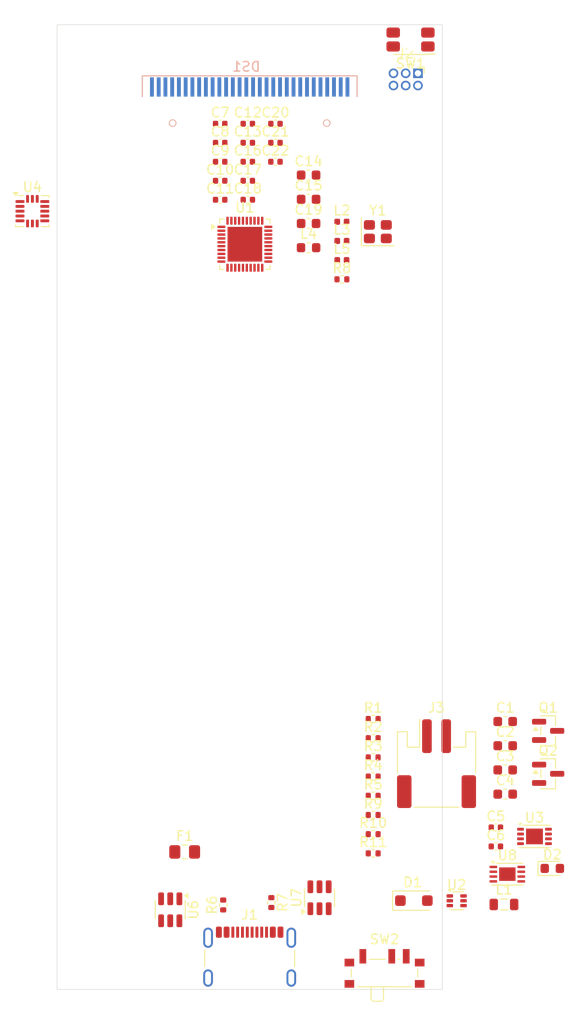
<source format=kicad_pcb>
(kicad_pcb (version 20241229) (generator "pcbnew") (generator_version "9.0")
  (layers (0 "F.Cu" signal) (2 "B.Cu" signal) (13 "F.Paste" user) (15 "B.Paste" user) (5 "F.SilkS" user "F.Silkscreen") (7 "B.SilkS" user "B.Silkscreen") (1 "F.Mask" user) (3 "B.Mask" user) (25 "Edge.Cuts" user))
  (net 0 "")
  (net 1 "GND")
  (net 2 "+3V0")
  (net 3 "VCC")
  (net 4 "VBUS")
  (net 5 "+BATT")
  (net 6 "/PWR/CELL")
  (net 7 "Net-(U3-VDD)")
  (net 8 "/MCU/XC2")
  (net 9 "/MCU/XC1")
  (net 10 "/MCU/ANT1")
  (net 11 "/MCU/ANT0")
  (net 12 "+1V2")
  (net 13 "/MCU/DEC1")
  (net 14 "/MCU/DEC3")
  (net 15 "/MCU/DEC5")
  (net 16 "/MCU/DECU")
  (net 17 "Net-(D2-A)")
  (net 18 "Net-(D2-K)")
  (net 42 "Net-(DS1-GND-Pad1)")
  (net 48 "/USB/VUSB")
  (net 49 "/USB/CC2")
  (net 51 "/USB/UD+")
  (net 53 "/USB/SBU1")
  (net 56 "/USB/UD-")
  (net 58 "/USB/SBU2")
  (net 60 "/USB/CC1")
  (net 61 "/MCU/SWD")
  (net 62 "/MCU/~{RST}")
  (net 63 "/MCU/SWC")
  (net 67 "/PWR/SW")
  (net 68 "/MCU/ANT")
  (net 69 "Net-(L4-Pad2)")
  (net 70 "/MCU/DCC")
  (net 71 "/PWR/STAT")
  (net 72 "/PWR/VSET")
  (net 73 "/PWR/PROG")
  (net 74 "/PWR/EN")
  (net 87 "/MCU/D-")
  (net 90 "/MCU/D+")
  (net 94 "/PWR/SDA")
  (net 95 "/PWR/QST")
  (net 96 "/PWR/SCL")
  (net 97 "/PWR/~{ALRT}")
  (footprint "Capacitor_SMD:C_0402_1005Metric" (layer "F.Cu") (at 102.305 75.64)
    (property "Reference" "C18" (at 0 -1.16 0) (layer "F.SilkS"))
    (property "Value" "820p")
    (pad "1" smd roundrect (at -0.48 0) (size 0.56 0.62) (layers "F.Cu" "F.Mask" "F.Paste") (net 15 "/MCU/DEC5"))
    (pad "2" smd roundrect (at 0.48 0) (size 0.56 0.62) (layers "F.Cu" "F.Mask" "F.Paste") (net 1 "GND"))
  )
  (footprint "Capacitor_SMD:C_0402_1005Metric" (layer "F.Cu") (at 102.305 67.76)
    (property "Reference" "C12" (at 0 -1.16 0) (layer "F.SilkS"))
    (property "Value" "47n")
    (pad "1" smd roundrect (at -0.48 0) (size 0.56 0.62) (layers "F.Cu" "F.Mask" "F.Paste") (net 12 "+1V2"))
    (pad "2" smd roundrect (at 0.48 0) (size 0.56 0.62) (layers "F.Cu" "F.Mask" "F.Paste") (net 1 "GND"))
  )
  (footprint "Inductor_SMD:L_0402_1005Metric" (layer "F.Cu") (at 112.075 81.9)
    (property "Reference" "L5" (at 0 -1.17 0) (layer "F.SilkS"))
    (property "Value" "15n")
    (pad "1" smd roundrect (at -0.485 0) (size 0.59 0.64) (layers "F.Cu" "F.Mask" "F.Paste") (net 69 "Net-(L4-Pad2)"))
    (pad "2" smd roundrect (at 0.485 0) (size 0.59 0.64) (layers "F.Cu" "F.Mask" "F.Paste") (net 12 "+1V2"))
  )
  (footprint "Inductor_SMD:L_0402_1005Metric" (layer "F.Cu") (at 112.075 79.91)
    (property "Reference" "L3" (at 0 -1.17 0) (layer "F.SilkS"))
    (property "Value" "2.2n")
    (pad "1" smd roundrect (at -0.485 0) (size 0.59 0.64) (layers "F.Cu" "F.Mask" "F.Paste") (net 68 "/MCU/ANT"))
    (pad "2" smd roundrect (at 0.485 0) (size 0.59 0.64) (layers "F.Cu" "F.Mask" "F.Paste") (net 11 "/MCU/ANT0"))
  )
  (footprint "Package_TO_SOT_SMD:SOT-23" (layer "F.Cu") (at 133.49 135.15)
    (property "Reference" "Q2" (at 0 -2.4 0) (layer "F.SilkS"))
    (property "Value" "BSS138")
    (pad "1" smd roundrect (at -0.9375 -0.95) (size 1.475 0.6) (layers "F.Cu" "F.Mask" "F.Paste") (net 2 "+3V0"))
    (pad "2" smd roundrect (at -0.9375 0.95) (size 1.475 0.6) (layers "F.Cu" "F.Mask" "F.Paste") (net 71 "/PWR/STAT"))
    (pad "3" smd roundrect (at 0.9375 0) (size 1.475 0.6) (layers "F.Cu" "F.Mask" "F.Paste") (net 18 "Net-(D2-K)"))
  )
  (footprint "Capacitor_SMD:C_0402_1005Metric" (layer "F.Cu") (at 99.435 67.76)
    (property "Reference" "C7" (at 0 -1.16 0) (layer "F.SilkS"))
    (property "Value" "12p")
    (pad "1" smd roundrect (at -0.48 0) (size 0.56 0.62) (layers "F.Cu" "F.Mask" "F.Paste") (net 8 "/MCU/XC2"))
    (pad "2" smd roundrect (at 0.48 0) (size 0.56 0.62) (layers "F.Cu" "F.Mask" "F.Paste") (net 1 "GND"))
  )
  (footprint "Resistor_SMD:R_0402_1005Metric" (layer "F.Cu") (at 115.32 131.46)
    (property "Reference" "R2" (at 0 -1.17 0) (layer "F.SilkS"))
    (property "Value" "10k")
    (pad "1" smd roundrect (at -0.51 0) (size 0.54 0.64) (layers "F.Cu" "F.Mask" "F.Paste") (net 73 "/PWR/PROG"))
    (pad "2" smd roundrect (at 0.51 0) (size 0.54 0.64) (layers "F.Cu" "F.Mask" "F.Paste") (net 1 "GND"))
  )
  (footprint "Crystal:Crystal_SMD_2520-4Pin_2.5x2.0mm" (layer "F.Cu") (at 115.805 78.95)
    (property "Reference" "Y1" (at 0 -2.2 0) (layer "F.SilkS"))
    (property "Value" "32MHz")
    (pad "1" smd roundrect (at -0.875 0.7) (size 1.15 1) (layers "F.Cu" "F.Mask" "F.Paste") (net 9 "/MCU/XC1"))
    (pad "2" smd roundrect (at 0.875 0.7) (size 1.15 1) (layers "F.Cu" "F.Mask" "F.Paste") (net 1 "GND"))
    (pad "3" smd roundrect (at 0.875 -0.7) (size 1.15 1) (layers "F.Cu" "F.Mask" "F.Paste") (net 1 "GND"))
    (pad "4" smd roundrect (at -0.875 -0.7) (size 1.15 1) (layers "F.Cu" "F.Mask" "F.Paste") (net 8 "/MCU/XC2"))
  )
  (footprint "Resistor_SMD:R_0402_1005Metric" (layer "F.Cu") (at 104.75 148.5 -90)
    (property "Reference" "R7" (at 0 -1.17 90) (layer "F.SilkS"))
    (property "Value" "5.1k")
    (pad "1" smd roundrect (at -0.509999 0 270) (size 0.54 0.64) (layers "F.Cu" "F.Mask" "F.Paste") (net 1 "GND"))
    (pad "2" smd roundrect (at 0.509999 0 270) (size 0.54 0.64) (layers "F.Cu" "F.Mask" "F.Paste") (net 49 "/USB/CC2"))
  )
  (footprint "Capacitor_SMD:C_0402_1005Metric" (layer "F.Cu") (at 105.175 71.7)
    (property "Reference" "C22" (at 0 -1.16 0) (layer "F.SilkS"))
    (property "Value" "100n")
    (pad "1" smd roundrect (at -0.48 0) (size 0.56 0.62) (layers "F.Cu" "F.Mask" "F.Paste") (net 2 "+3V0"))
    (pad "2" smd roundrect (at 0.48 0) (size 0.56 0.62) (layers "F.Cu" "F.Mask" "F.Paste") (net 1 "GND"))
  )
  (footprint "Capacitor_SMD:C_0402_1005Metric" (layer "F.Cu") (at 105.175 69.73)
    (property "Reference" "C21" (at 0 -1.16 0) (layer "F.SilkS"))
    (property "Value" "100n")
    (pad "1" smd roundrect (at -0.48 0) (size 0.56 0.62) (layers "F.Cu" "F.Mask" "F.Paste") (net 2 "+3V0"))
    (pad "2" smd roundrect (at 0.48 0) (size 0.56 0.62) (layers "F.Cu" "F.Mask" "F.Paste") (net 1 "GND"))
  )
  (footprint "Fuse:Fuse_0805_2012Metric_Pad1.15x1.40mm_HandSolder" (layer "F.Cu") (at 95.75 143.25)
    (property "Reference" "F1" (at 0 -1.65 0) (layer "F.SilkS"))
    (property "Value" "Fuse")
    (pad "1" smd roundrect (at -1.025 0) (size 1.15 1.4) (layers "F.Cu" "F.Mask" "F.Paste") (roundrect_rratio 0.217391) (net 48 "/USB/VUSB"))
    (pad "2" smd roundrect (at 1.025 0) (size 1.15 1.4) (layers "F.Cu" "F.Mask" "F.Paste") (roundrect_rratio 0.217391) (net 4 "VBUS"))
  )
  (footprint "Capacitor_SMD:C_0402_1005Metric" (layer "F.Cu") (at 99.435 75.64)
    (property "Reference" "C11" (at 0 -1.16 0) (layer "F.SilkS"))
    (property "Value" "1u")
    (pad "1" smd roundrect (at -0.48 0) (size 0.56 0.62) (layers "F.Cu" "F.Mask" "F.Paste") (net 12 "+1V2"))
    (pad "2" smd roundrect (at 0.48 0) (size 0.56 0.62) (layers "F.Cu" "F.Mask" "F.Paste") (net 1 "GND"))
  )
  (footprint "Resistor_SMD:R_0402_1005Metric" (layer "F.Cu") (at 115.32 135.44)
    (property "Reference" "R4" (at 0 -1.17 0) (layer "F.SilkS"))
    (property "Value" "150")
    (pad "1" smd roundrect (at -0.51 0) (size 0.54 0.64) (layers "F.Cu" "F.Mask" "F.Paste") (net 2 "+3V0"))
    (pad "2" smd roundrect (at 0.51 0) (size 0.54 0.64) (layers "F.Cu" "F.Mask" "F.Paste") (net 7 "Net-(U3-VDD)"))
  )
  (footprint "Capacitor_SMD:C_0603_1608Metric" (layer "F.Cu") (at 129.03 132.24)
    (property "Reference" "C2" (at 0 -1.43 0) (layer "F.SilkS"))
    (property "Value" "4.7u")
    (pad "1" smd roundrect (at -0.775 0) (size 0.9 0.95) (layers "F.Cu" "F.Mask" "F.Paste") (net 3 "VCC"))
    (pad "2" smd roundrect (at 0.775 0) (size 0.9 0.95) (layers "F.Cu" "F.Mask" "F.Paste") (net 1 "GND"))
  )
  (footprint "Capacitor_SMD:C_0402_1005Metric" (layer "F.Cu") (at 128.06 140.71)
    (property "Reference" "C5" (at 0 -1.16 0) (layer "F.SilkS"))
    (property "Value" "1u")
    (pad "1" smd roundrect (at -0.48 0) (size 0.56 0.62) (layers "F.Cu" "F.Mask" "F.Paste") (net 6 "/PWR/CELL"))
    (pad "2" smd roundrect (at 0.48 0) (size 0.56 0.62) (layers "F.Cu" "F.Mask" "F.Paste") (net 1 "GND"))
  )
  (footprint "Capacitor_SMD:C_0402_1005Metric" (layer "F.Cu") (at 102.305 69.73)
    (property "Reference" "C13" (at 0 -1.16 0) (layer "F.SilkS"))
    (property "Value" "DNP")
    (pad "1" smd roundrect (at -0.48 0) (size 0.56 0.62) (layers "F.Cu" "F.Mask" "F.Paste") (net 12 "+1V2"))
    (pad "2" smd roundrect (at 0.48 0) (size 0.56 0.62) (layers "F.Cu" "F.Mask" "F.Paste") (net 1 "GND"))
  )
  (footprint "Package_TO_SOT_SMD:SOT-23-6" (layer "F.Cu") (at 109.75 148 90)
    (property "Reference" "U7" (at 0 -2.4 90) (layer "F.SilkS"))
    (property "Value" "USBLC6-2SC6")
    (pad "1" smd roundrect (at -1.1375 -0.949999 90) (size 1.325 0.6) (layers "F.Cu" "F.Mask" "F.Paste") (net 53 "/USB/SBU1"))
    (pad "2" smd roundrect (at -1.1375 0 90) (size 1.325 0.6) (layers "F.Cu" "F.Mask" "F.Paste") (net 1 "GND"))
    (pad "3" smd roundrect (at -1.1375 0.949999 90) (size 1.325 0.6) (layers "F.Cu" "F.Mask" "F.Paste") (net 58 "/USB/SBU2"))
    (pad "4" smd roundrect (at 1.1375 0.949999 90) (size 1.325 0.6) (layers "F.Cu" "F.Mask" "F.Paste") (net 61 "/MCU/SWD"))
    (pad "5" smd roundrect (at 1.1375 0 90) (size 1.325 0.6) (layers "F.Cu" "F.Mask" "F.Paste") (net 2 "+3V0"))
    (pad "6" smd roundrect (at 1.1375 -0.949999 90) (size 1.325 0.6) (layers "F.Cu" "F.Mask" "F.Paste") (net 63 "/MCU/SWC"))
  )
  (footprint "Capacitor_SMD:C_0603_1608Metric" (layer "F.Cu") (at 108.615 78.1)
    (property "Reference" "C19" (at 0 -1.43 0) (layer "F.SilkS"))
    (property "Value" "4.7u")
    (pad "1" smd roundrect (at -0.775 0) (size 0.9 0.95) (layers "F.Cu" "F.Mask" "F.Paste") (net 16 "/MCU/DECU"))
    (pad "2" smd roundrect (at 0.775 0) (size 0.9 0.95) (layers "F.Cu" "F.Mask" "F.Paste") (net 1 "GND"))
  )
  (footprint "Resistor_SMD:R_0402_1005Metric" (layer "F.Cu") (at 99.75 148.75 90)
    (property "Reference" "R6" (at 0 -1.17 90) (layer "F.SilkS"))
    (property "Value" "5.1k")
    (pad "1" smd roundrect (at -0.509999 0 90) (size 0.54 0.64) (layers "F.Cu" "F.Mask" "F.Paste") (net 60 "/USB/CC1"))
    (pad "2" smd roundrect (at 0.509999 0 90) (size 0.54 0.64) (layers "F.Cu" "F.Mask" "F.Paste") (net 1 "GND"))
  )
  (footprint "Capacitor_SMD:C_0402_1005Metric" (layer "F.Cu") (at 99.435 69.73)
    (property "Reference" "C8" (at 0 -1.16 0) (layer "F.SilkS"))
    (property "Value" "12p")
    (pad "1" smd roundrect (at -0.48 0) (size 0.56 0.62) (layers "F.Cu" "F.Mask" "F.Paste") (net 9 "/MCU/XC1"))
    (pad "2" smd roundrect (at 0.48 0) (size 0.56 0.62) (layers "F.Cu" "F.Mask" "F.Paste") (net 1 "GND"))
  )
  (footprint "Capacitor_SMD:C_0402_1005Metric" (layer "F.Cu") (at 99.435 71.7)
    (property "Reference" "C9" (at 0 -1.16 0) (layer "F.SilkS"))
    (property "Value" "1p")
    (pad "1" smd roundrect (at -0.48 0) (size 0.56 0.62) (layers "F.Cu" "F.Mask" "F.Paste") (net 10 "/MCU/ANT1"))
    (pad "2" smd roundrect (at 0.48 0) (size 0.56 0.62) (layers "F.Cu" "F.Mask" "F.Paste") (net 1 "GND"))
  )
  (footprint "Capacitor_SMD:C_0402_1005Metric" (layer "F.Cu") (at 105.175 67.76)
    (property "Reference" "C20" (at 0 -1.16 0) (layer "F.SilkS"))
    (property "Value" "1u")
    (pad "1" smd roundrect (at -0.48 0) (size 0.56 0.62) (layers "F.Cu" "F.Mask" "F.Paste") (net 2 "+3V0"))
    (pad "2" smd roundrect (at 0.48 0) (size 0.56 0.62) (layers "F.Cu" "F.Mask" "F.Paste") (net 1 "GND"))
  )
  (footprint "Package_TO_SOT_SMD:SOT-563" (layer "F.Cu") (at 123.99 148.315)
    (property "Reference" "U2" (at 0 -1.65 0) (layer "F.SilkS"))
    (property "Value" "TPS628438DRL")
    (pad "1" smd roundrect (at -0.7125 -0.5) (size 0.675 0.35) (layers "F.Cu" "F.Mask" "F.Paste") (net 1 "GND"))
    (pad "2" smd roundrect (at -0.7125 0) (size 0.675 0.35) (layers "F.Cu" "F.Mask" "F.Paste") (net 3 "VCC"))
    (pad "3" smd roundrect (at -0.7125 0.5) (size 0.675 0.35) (layers "F.Cu" "F.Mask" "F.Paste") (net 72 "/PWR/VSET"))
    (pad "4" smd roundrect (at 0.7125 0.5) (size 0.675 0.35) (layers "F.Cu" "F.Mask" "F.Paste") (net 74 "/PWR/EN"))
    (pad "5" smd roundrect (at 0.7125 0) (size 0.675 0.35) (layers "F.Cu" "F.Mask" "F.Paste") (net 67 "/PWR/SW"))
    (pad "6" smd roundrect (at 0.7125 -0.5) (size 0.675 0.35) (layers "F.Cu" "F.Mask" "F.Paste") (net 2 "+3V0"))
  )
  (footprint "Capacitor_SMD:C_0603_1608Metric" (layer "F.Cu") (at 129.03 137.26)
    (property "Reference" "C4" (at 0 -1.43 0) (layer "F.SilkS"))
    (property "Value" "4.7u")
    (pad "1" smd roundrect (at -0.775 0) (size 0.9 0.95) (layers "F.Cu" "F.Mask" "F.Paste") (net 5 "+BATT"))
    (pad "2" smd roundrect (at 0.775 0) (size 0.9 0.95) (layers "F.Cu" "F.Mask" "F.Paste") (net 1 "GND"))
  )
  (footprint "Package_DFN_QFN:QFN-40-1EP_5x5mm_P0.4mm_EP3.6x3.6mm" (layer "F.Cu") (at 102 80.25)
    (property "Reference" "U1" (at 0 -3.8 0) (layer "F.SilkS"))
    (property "Value" "nRF52820-QDxx")
    (pad "1" smd roundrect (at -2.4375 -1.8) (size 0.825 0.25) (layers "F.Cu" "F.Mask" "F.Paste") (net 13 "/MCU/DEC1"))
    (pad "2" smd roundrect (at -2.4375 -1.4) (size 0.825 0.25) (layers "F.Cu" "F.Mask" "F.Paste"))
    (pad "3" smd roundrect (at -2.4375 -1) (size 0.825 0.25) (layers "F.Cu" "F.Mask" "F.Paste"))
    (pad "4" smd roundrect (at -2.4375 -0.6) (size 0.825 0.25) (layers "F.Cu" "F.Mask" "F.Paste"))
    (pad "5" smd roundrect (at -2.4375 -0.2) (size 0.825 0.25) (layers "F.Cu" "F.Mask" "F.Paste"))
    (pad "6" smd roundrect (at -2.4375 0.2) (size 0.825 0.25) (layers "F.Cu" "F.Mask" "F.Paste"))
    (pad "7" smd roundrect (at -2.4375 0.6) (size 0.825 0.25) (layers "F.Cu" "F.Mask" "F.Paste"))
    (pad "8" smd roundrect (at -2.4375 1) (size 0.825 0.25) (layers "F.Cu" "F.Mask" "F.Paste") (net 2 "+3V0"))
    (pad "9" smd roundrect (at -2.4375 1.4) (size 0.825 0.25) (layers "F.Cu" "F.Mask" "F.Paste") (net 2 "+3V0"))
    (pad "10" smd roundrect (at -2.4375 1.8) (size 0.825 0.25) (layers "F.Cu" "F.Mask" "F.Paste") (net 4 "VBUS"))
    (pad "11" smd roundrect (at -1.8 2.4375) (size 0.25 0.825) (layers "F.Cu" "F.Mask" "F.Paste") (net 16 "/MCU/DECU"))
    (pad "12" smd roundrect (at -1.4 2.4375) (size 0.25 0.825) (layers "F.Cu" "F.Mask" "F.Paste") (net 87 "/MCU/D-"))
    (pad "13" smd roundrect (at -1 2.4375) (size 0.25 0.825) (layers "F.Cu" "F.Mask" "F.Paste") (net 90 "/MCU/D+"))
    (pad "14" smd roundrect (at -0.6 2.4375) (size 0.25 0.825) (layers "F.Cu" "F.Mask" "F.Paste"))
    (pad "15" smd roundrect (at -0.2 2.4375) (size 0.25 0.825) (layers "F.Cu" "F.Mask" "F.Paste"))
    (pad "16" smd roundrect (at 0.2 2.4375) (size 0.25 0.825) (layers "F.Cu" "F.Mask" "F.Paste") (net 62 "/MCU/~{RST}"))
    (pad "17" smd roundrect (at 0.6 2.4375) (size 0.25 0.825) (layers "F.Cu" "F.Mask" "F.Paste"))
    (pad "18" smd roundrect (at 1 2.4375) (size 0.25 0.825) (layers "F.Cu" "F.Mask" "F.Paste") (net 2 "+3V0"))
    (pad "19" smd roundrect (at 1.4 2.4375) (size 0.25 0.825) (layers "F.Cu" "F.Mask" "F.Paste") (net 61 "/MCU/SWD"))
    (pad "20" smd roundrect (at 1.8 2.4375) (size 0.25 0.825) (layers "F.Cu" "F.Mask" "F.Paste") (net 63 "/MCU/SWC"))
    (pad "21" smd roundrect (at 2.4375 1.8) (size 0.825 0.25) (layers "F.Cu" "F.Mask" "F.Paste") (net 15 "/MCU/DEC5"))
    (pad "22" smd roundrect (at 2.4375 1.4) (size 0.825 0.25) (layers "F.Cu" "F.Mask" "F.Paste"))
    (pad "23" smd roundrect (at 2.4375 1) (size 0.825 0.25) (layers "F.Cu" "F.Mask" "F.Paste"))
    (pad "24" smd roundrect (at 2.4375 0.6) (size 0.825 0.25) (layers "F.Cu" "F.Mask" "F.Paste") (net 10 "/MCU/ANT1"))
    (pad "25" smd roundrect (at 2.4375 0.2) (size 0.825 0.25) (layers "F.Cu" "F.Mask" "F.Paste") (net 1 "GND"))
    (pad "26" smd roundrect (at 2.4375 -0.2) (size 0.825 0.25) (layers "F.Cu" "F.Mask" "F.Paste") (net 12 "+1V2"))
    (pad "27" smd roundrect (at 2.4375 -0.6) (size 0.825 0.25) (layers "F.Cu" "F.Mask" "F.Paste") (net 14 "/MCU/DEC3"))
    (pad "28" smd roundrect (at 2.4375 -1) (size 0.825 0.25) (layers "F.Cu" "F.Mask" "F.Paste") (net 9 "/MCU/XC1"))
    (pad "29" smd roundrect (at 2.4375 -1.4) (size 0.825 0.25) (layers "F.Cu" "F.Mask" "F.Paste") (net 8 "/MCU/XC2"))
    (pad "30" smd roundrect (at 2.4375 -1.8) (size 0.825 0.25) (layers "F.Cu" "F.Mask" "F.Paste") (net 2 "+3V0"))
    (pad "31" smd roundrect (at 1.8 -2.4375) (size 0.25 0.825) (layers "F.Cu" "F.Mask" "F.Paste"))
    (pad "32" smd roundrect (at 1.4 -2.4375) (size 0.25 0.825) (layers "F.Cu" "F.Mask" "F.Paste"))
    (pad "33" smd roundrect (at 1 -2.4375) (size 0.25 0.825) (layers "F.Cu" "F.Mask" "F.Paste"))
    (pad "34" smd roundrect (at 0.6 -2.4375) (size 0.25 0.825) (layers "F.Cu" "F.Mask" "F.Paste"))
    (pad "35" smd roundrect (at 0.2 -2.4375) (size 0.25 0.825) (layers "F.Cu" "F.Mask" "F.Paste"))
    (pad "36" smd roundrect (at -0.2 -2.4375) (size 0.25 0.825) (layers "F.Cu" "F.Mask" "F.Paste"))
    (pad "37" smd roundrect (at -0.6 -2.4375) (size 0.25 0.825) (layers "F.Cu" "F.Mask" "F.Paste") (net 1 "GND"))
    (pad "38" smd roundrect (at -1 -2.4375) (size 0.25 0.825) (layers "F.Cu" "F.Mask" "F.Paste") (net 12 "+1V2"))
    (pad "39" smd roundrect (at -1.4 -2.4375) (size 0.25 0.825) (layers "F.Cu" "F.Mask" "F.Paste") (net 70 "/MCU/DCC"))
    (pad "40" smd roundrect (at -1.8 -2.4375) (size 0.25 0.825) (layers "F.Cu" "F.Mask" "F.Paste") (net 2 "+3V0"))
    (pad "41" smd rect (at 0 0) (size 3.6 3.6) (property pad_prop_heatsink) (layers "F.Cu" "F.Mask") (net 1 "GND"))
  )
  (footprint "Resistor_SMD:R_0402_1005Metric" (layer "F.Cu") (at 115.32 129.47)
    (property "Reference" "R1" (at 0 -1.17 0) (layer "F.SilkS"))
    (property "Value" "133k")
    (pad "1" smd roundrect (at -0.51 0) (size 0.54 0.64) (layers "F.Cu" "F.Mask" "F.Paste") (net 72 "/PWR/VSET"))
    (pad "2" smd roundrect (at 0.51 0) (size 0.54 0.64) (layers "F.Cu" "F.Mask" "F.Paste") (net 1 "GND"))
  )
  (footprint "Resistor_SMD:R_0402_1005Metric" (layer "F.Cu") (at 115.32 141.41)
    (property "Reference" "R10" (at 0 -1.17 0) (layer "F.SilkS"))
    (property "Value" "1k")
    (pad "1" smd roundrect (at -0.51 0) (size 0.54 0.64) (layers "F.Cu" "F.Mask" "F.Paste") (net 4 "VBUS"))
    (pad "2" smd roundrect (at 0.51 0) (size 0.54 0.64) (layers "F.Cu" "F.Mask" "F.Paste") (net 17 "Net-(D2-A)"))
  )
  (footprint "Package_TO_SOT_SMD:SOT-23" (layer "F.Cu") (at 133.49 130.7)
    (property "Reference" "Q1" (at 0 -2.4 0) (layer "F.SilkS"))
    (property "Value" "AO3401A")
    (pad "1" smd roundrect (at -0.9375 -0.95) (size 1.475 0.6) (layers "F.Cu" "F.Mask" "F.Paste") (net 4 "VBUS"))
    (pad "2" smd roundrect (at -0.9375 0.95) (size 1.475 0.6) (layers "F.Cu" "F.Mask" "F.Paste") (net 3 "VCC"))
    (pad "3" smd roundrect (at 0.9375 0) (size 1.475 0.6) (layers "F.Cu" "F.Mask" "F.Paste") (net 5 "+BATT"))
  )
  (footprint "Package_DFN_QFN:Maxim_WSON-8-1EP_3x2mm_P0.5mm_EP1.75x1.63mm" (layer "F.Cu") (at 132.07 141.645)
    (property "Reference" "U3" (at 0 -1.95 0) (layer "F.SilkS"))
    (property "Value" "MAX17043")
    (pad "1" smd roundrect (at -1.45 -0.75) (size 0.7 0.3) (layers "F.Cu" "F.Mask" "F.Paste") (net 1 "GND"))
    (pad "2" smd roundrect (at -1.45 -0.25) (size 0.7 0.3) (layers "F.Cu" "F.Mask" "F.Paste") (net 6 "/PWR/CELL"))
    (pad "3" smd roundrect (at -1.45 0.25) (size 0.7 0.3) (layers "F.Cu" "F.Mask" "F.Paste") (net 7 "Net-(U3-VDD)"))
    (pad "4" smd roundrect (at -1.45 0.75) (size 0.7 0.3) (layers "F.Cu" "F.Mask" "F.Paste") (net 1 "GND"))
    (pad "5" smd roundrect (at 1.45 0.75) (size 0.7 0.3) (layers "F.Cu" "F.Mask" "F.Paste") (net 97 "/PWR/~{ALRT}"))
    (pad "6" smd roundrect (at 1.45 0.25) (size 0.7 0.3) (layers "F.Cu" "F.Mask" "F.Paste") (net 95 "/PWR/QST"))
    (pad "7" smd roundrect (at 1.45 -0.25) (size 0.7 0.3) (layers "F.Cu" "F.Mask" "F.Paste") (net 96 "/PWR/SCL"))
    (pad "8" smd roundrect (at 1.45 -0.75) (size 0.7 0.3) (layers "F.Cu" "F.Mask" "F.Paste") (net 94 "/PWR/SDA"))
    (pad "9" smd rect (at 0 0) (size 1.75 1.63) (property pad_prop_heatsink) (layers "F.Cu" "F.Mask") (net 1 "GND"))
  )
  (footprint "Capacitor_SMD:C_0402_1005Metric" (layer "F.Cu") (at 102.305 73.67)
    (property "Reference" "C17" (at 0 -1.16 0) (layer "F.SilkS"))
    (property "Value" "100p")
    (pad "1" smd roundrect (at -0.48 0) (size 0.56 0.62) (layers "F.Cu" "F.Mask" "F.Paste") (net 14 "/MCU/DEC3"))
    (pad "2" smd roundrect (at 0.48 0) (size 0.56 0.62) (layers "F.Cu" "F.Mask" "F.Paste") (net 1 "GND"))
  )
  (footprint "Inductor_SMD:L_0805_2012Metric" (layer "F.Cu") (at 128.9 148.7)
    (property "Reference" "L1" (at 0 -1.55 0) (layer "F.SilkS"))
    (property "Value" "1u")
    (pad "1" smd roundrect (at -1.0625 0) (size 0.875 1.2) (layers "F.Cu" "F.Mask" "F.Paste") (net 67 "/PWR/SW"))
    (pad "2" smd roundrect (at 1.0625 0) (size 0.875 1.2) (layers "F.Cu" "F.Mask" "F.Paste") (net 2 "+3V0"))
  )
  (footprint "Capacitor_SMD:C_0402_1005Metric" (layer "F.Cu") (at 99.435 73.67)
    (property "Reference" "C10" (at 0 -1.16 0) (layer "F.SilkS"))
    (property "Value" "1.2p")
    (pad "1" smd roundrect (at -0.48 0) (size 0.56 0.62) (layers "F.Cu" "F.Mask" "F.Paste") (net 11 "/MCU/ANT0"))
    (pad "2" smd roundrect (at 0.48 0) (size 0.56 0.62) (layers "F.Cu" "F.Mask" "F.Paste") (net 1 "GND"))
  )
  (footprint "Project library:Tag-Connect_TC2030-IDC-NL_2x03_P1.27mm_Vertical" (layer "F.Cu") (at 118.7 63.165 180)
    (property "Reference" "J2" (at 0 2.7 0) (layer "F.SilkS"))
    (property "Value" "Conn_ARM_SWD_TagConnect_TC2030-NL")
    (pad "" np_thru_hole circle (at -2.54 0 180) (size 0.9906 0.9906) (drill 0.9906) (layers "*.Cu" "*.Mask"))
    (pad "" np_thru_hole circle (at 2.54 -1.016 180) (size 0.9906 0.9906) (drill 0.9906) (layers "*.Cu" "*.Mask"))
    (pad "" np_thru_hole circle (at 2.54 1.016 180) (size 0.9906 0.9906) (drill 0.9906) (layers "*.Cu" "*.Mask"))
    (pad "1" thru_hole rect (at -1.27 0.635 270) (size 1 1) (drill 0.65) (layers "*.Cu" "*.Mask") (net 2 "+3V0"))
    (pad "2" thru_hole oval (at -1.27 -0.635 270) (size 1 1) (drill 0.65) (layers "*.Cu" "*.Mask") (net 61 "/MCU/SWD"))
    (pad "3" thru_hole oval (at 0 0.635 270) (size 1 1) (drill 0.65) (layers "*.Cu" "*.Mask") (net 62 "/MCU/~{RST}"))
    (pad "4" thru_hole oval (at 0 -0.635 270) (size 1 1) (drill 0.65) (layers "*.Cu" "*.Mask") (net 63 "/MCU/SWC"))
    (pad "5" thru_hole oval (at 1.27 0.635 270) (size 1 1) (drill 0.65) (layers "*.Cu" "*.Mask") (net 1 "GND"))
    (pad "6" thru_hole oval (at 1.27 -0.635 270) (size 1 1) (drill 0.65) (layers "*.Cu" "*.Mask"))
  )
  (footprint "Capacitor_SMD:C_0402_1005Metric" (layer "F.Cu") (at 128.06 142.68)
    (property "Reference" "C6" (at 0 -1.16 0) (layer "F.SilkS"))
    (property "Value" "10n")
    (pad "1" smd roundrect (at -0.48 0) (size 0.56 0.62) (layers "F.Cu" "F.Mask" "F.Paste") (net 1 "GND"))
    (pad "2" smd roundrect (at 0.48 0) (size 0.56 0.62) (layers "F.Cu" "F.Mask" "F.Paste") (net 7 "Net-(U3-VDD)"))
  )
  (footprint "Capacitor_SMD:C_0603_1608Metric" (layer "F.Cu") (at 129.03 129.73)
    (property "Reference" "C1" (at 0 -1.43 0) (layer "F.SilkS"))
    (property "Value" "10u")
    (pad "1" smd roundrect (at -0.775 0) (size 0.9 0.95) (layers "F.Cu" "F.Mask" "F.Paste") (net 2 "+3V0"))
    (pad "2" smd roundrect (at 0.775 0) (size 0.9 0.95) (layers "F.Cu" "F.Mask" "F.Paste") (net 1 "GND"))
  )
  (footprint "Connector_JST:JST_PH_S2B-PH-SM4-TB_1x02-1MP_P2.00mm_Horizontal" (layer "F.Cu") (at 121.9 134.1)
    (property "Reference" "J3" (at 0 -5.8 0) (layer "F.SilkS"))
    (property "Value" "Conn_01x02_MountingPin")
    (pad "1" smd roundrect (at -1 -2.85) (size 1 3.5) (layers "F.Cu" "F.Mask" "F.Paste") (net 5 "+BATT"))
    (pad "2" smd roundrect (at 1 -2.85) (size 1 3.5) (layers "F.Cu" "F.Mask" "F.Paste") (net 1 "GND"))
    (pad "MP" smd roundrect (at -3.35 2.9) (size 1.5 3.4) (layers "F.Cu" "F.Mask" "F.Paste") (roundrect_rratio 0.166667))
    (pad "MP" smd roundrect (at 3.35 2.9) (size 1.5 3.4) (layers "F.Cu" "F.Mask" "F.Paste") (roundrect_rratio 0.166667))
  )
  (footprint "Sensor_Motion:Analog_LGA-16_3.25x3mm_P0.5mm_LayoutBorder3x5y" (layer "F.Cu") (at 79.9375 76.825)
    (property "Reference" "U4" (at 0 -2.5 0) (layer "F.SilkS"))
    (property "Value" "ADXL363")
    (pad "1" smd roundrect (at -1.2875 -1) (size 0.925 0.3) (layers "F.Cu" "F.Mask" "F.Paste"))
    (pad "2" smd roundrect (at -1.2875 -0.5) (size 0.925 0.3) (layers "F.Cu" "F.Mask" "F.Paste"))
    (pad "3" smd roundrect (at -1.2875 0) (size 0.925 0.3) (layers "F.Cu" "F.Mask" "F.Paste"))
    (pad "4" smd roundrect (at -1.2875 0.5) (size 0.925 0.3) (layers "F.Cu" "F.Mask" "F.Paste"))
    (pad "5" smd roundrect (at -1.2875 1) (size 0.925 0.3) (layers "F.Cu" "F.Mask" "F.Paste"))
    (pad "6" smd roundrect (at -0.5 1.275) (size 0.3 0.8) (layers "F.Cu" "F.Mask" "F.Paste"))
    (pad "7" smd roundrect (at 0 1.275) (size 0.3 0.8) (layers "F.Cu" "F.Mask" "F.Paste"))
    (pad "8" smd roundrect (at 0.5 1.275) (size 0.3 0.8) (layers "F.Cu" "F.Mask" "F.Paste"))
    (pad "9" smd roundrect (at 1.2875 1) (size 0.925 0.3) (layers "F.Cu" "F.Mask" "F.Paste"))
    (pad "10" smd roundrect (at 1.2875 0.5) (size 0.925 0.3) (layers "F.Cu" "F.Mask" "F.Paste"))
    (pad "11" smd roundrect (at 1.2875 0) (size 0.925 0.3) (layers "F.Cu" "F.Mask" "F.Paste"))
    (pad "12" smd roundrect (at 1.2875 -0.5) (size 0.925 0.3) (layers "F.Cu" "F.Mask" "F.Paste") (net 1 "GND"))
    (pad "13" smd roundrect (at 1.2875 -1) (size 0.925 0.3) (layers "F.Cu" "F.Mask" "F.Paste") (net 1 "GND"))
    (pad "14" smd roundrect (at 0.5 -1.275) (size 0.3 0.8) (layers "F.Cu" "F.Mask" "F.Paste"))
    (pad "15" smd roundrect (at 0 -1.275) (size 0.3 0.8) (layers "F.Cu" "F.Mask" "F.Paste"))
    (pad "16" smd roundrect (at -0.5 -1.275) (size 0.3 0.8) (layers "F.Cu" "F.Mask" "F.Paste") (net 1 "GND"))
  )
  (footprint "Capacitor_SMD:C_0603_1608Metric" (layer "F.Cu") (at 108.615 75.59)
    (property "Reference" "C15" (at 0 -1.43 0) (layer "F.SilkS"))
    (property "Value" "4.7u")
    (pad "1" smd roundrect (at -0.775 0) (size 0.9 0.95) (layers "F.Cu" "F.Mask" "F.Paste") (net 2 "+3V0"))
    (pad "2" smd roundrect (at 0.775 0) (size 0.9 0.95) (layers "F.Cu" "F.Mask" "F.Paste") (net 1 "GND"))
  )
  (footprint "Package_TO_SOT_SMD:SOT-23-6" (layer "F.Cu") (at 94.25 149.25 -90)
    (property "Reference" "U6" (at 0 -2.4 90) (layer "F.SilkS"))
    (property "Value" "USBLC6-2SC6")
    (pad "1" smd roundrect (at -1.1375 -0.949999 270) (size 1.325 0.6) (layers "F.Cu" "F.Mask" "F.Paste") (net 90 "/MCU/D+"))
    (pad "2" smd roundrect (at -1.1375 0 270) (size 1.325 0.6) (layers "F.Cu" "F.Mask" "F.Paste") (net 1 "GND"))
    (pad "3" smd roundrect (at -1.1375 0.949999 270) (size 1.325 0.6) (layers "F.Cu" "F.Mask" "F.Paste") (net 87 "/MCU/D-"))
    (pad "4" smd roundrect (at 1.1375 0.949999 270) (size 1.325 0.6) (layers "F.Cu" "F.Mask" "F.Paste") (net 56 "/USB/UD-"))
    (pad "5" smd roundrect (at 1.1375 0 270) (size 1.325 0.6) (layers "F.Cu" "F.Mask" "F.Paste") (net 4 "VBUS"))
    (pad "6" smd roundrect (at 1.1375 -0.949999 270) (size 1.325 0.6) (layers "F.Cu" "F.Mask" "F.Paste") (net 51 "/USB/UD+"))
  )
  (footprint "Resistor_SMD:R_0402_1005Metric" (layer "F.Cu") (at 115.32 139.42)
    (property "Reference" "R9" (at 0 -1.17 0) (layer "F.SilkS"))
    (property "Value" "10k")
    (pad "1" smd roundrect (at -0.51 0) (size 0.54 0.64) (layers "F.Cu" "F.Mask" "F.Paste") (net 2 "+3V0"))
    (pad "2" smd roundrect (at 0.51 0) (size 0.54 0.64) (layers "F.Cu" "F.Mask" "F.Paste") (net 71 "/PWR/STAT"))
  )
  (footprint "Resistor_SMD:R_0402_1005Metric" (layer "F.Cu") (at 115.32 137.43)
    (property "Reference" "R5" (at 0 -1.17 0) (layer "F.SilkS"))
    (property "Value" "133k")
    (pad "1" smd roundrect (at -0.51 0) (size 0.54 0.64) (layers "F.Cu" "F.Mask" "F.Paste") (net 4 "VBUS"))
    (pad "2" smd roundrect (at 0.51 0) (size 0.54 0.64) (layers "F.Cu" "F.Mask" "F.Paste") (net 1 "GND"))
  )
  (footprint "LED_SMD:LED_0603_1608Metric" (layer "F.Cu") (at 133.92 144.96)
    (property "Reference" "D2" (at 0 -1.43 0) (layer "F.SilkS"))
    (property "Value" "LED")
    (pad "1" smd roundrect (at -0.7875 0) (size 0.875 0.95) (layers "F.Cu" "F.Mask" "F.Paste") (net 18 "Net-(D2-K)"))
    (pad "2" smd roundrect (at 0.7875 0) (size 0.875 0.95) (layers "F.Cu" "F.Mask" "F.Paste") (net 17 "Net-(D2-A)"))
  )
  (footprint "Capacitor_SMD:C_0603_1608Metric" (layer "F.Cu") (at 129.03 134.75)
    (property "Reference" "C3" (at 0 -1.43 0) (layer "F.SilkS"))
    (property "Value" "4.7u")
    (pad "1" smd roundrect (at -0.775 0) (size 0.9 0.95) (layers "F.Cu" "F.Mask" "F.Paste") (net 4 "VBUS"))
    (pad "2" smd roundrect (at 0.775 0) (size 0.9 0.95) (layers "F.Cu" "F.Mask" "F.Paste") (net 1 "GND"))
  )
  (footprint "Resistor_SMD:R_0402_1005Metric" (layer "F.Cu") (at 115.32 133.45)
    (property "Reference" "R3" (at 0 -1.17 0) (layer "F.SilkS"))
    (property "Value" "1k")
    (pad "1" smd roundrect (at -0.51 0) (size 0.54 0.64) (layers "F.Cu" "F.Mask" "F.Paste") (net 5 "+BATT"))
    (pad "2" smd roundrect (at 0.51 0) (size 0.54 0.64) (layers "F.Cu" "F.Mask" "F.Paste") (net 6 "/PWR/CELL"))
  )
  (footprint "Resistor_SMD:R_0402_1005Metric" (layer "F.Cu") (at 112.075 83.89)
    (property "Reference" "R8" (at 0 -1.17 0) (layer "F.SilkS"))
    (property "Value" "10k")
    (pad "1" smd roundrect (at -0.51 0) (size 0.54 0.64) (layers "F.Cu" "F.Mask" "F.Paste") (net 2 "+3V0"))
    (pad "2" smd roundrect (at 0.51 0) (size 0.54 0.64) (layers "F.Cu" "F.Mask" "F.Paste") (net 62 "/MCU/~{RST}"))
  )
  (footprint "Button_Switch_SMD:SW_SPDT_PCM12" (layer "F.Cu") (at 116.5 155.5)
    (property "Reference" "SW2" (at 0 -3.2 0) (layer "F.SilkS"))
    (property "Value" "SW_SPDT")
    (pad "" smd rect (at -3.65 -0.78) (size 1 0.8) (layers "F.Cu" "F.Mask" "F.Paste"))
    (pad "" smd rect (at -3.65 1.43) (size 1 0.8) (layers "F.Cu" "F.Mask" "F.Paste"))
    (pad "" np_thru_hole circle (at -1.5 0.33) (size 0.9 0.9) (drill 0.9) (layers "*.Cu" "*.Mask"))
    (pad "" np_thru_hole circle (at 1.5 0.33) (size 0.9 0.9) (drill 0.9) (layers "*.Cu" "*.Mask"))
    (pad "" smd rect (at 3.65 -0.78) (size 1 0.8) (layers "F.Cu" "F.Mask" "F.Paste"))
    (pad "" smd rect (at 3.65 1.43) (size 1 0.8) (layers "F.Cu" "F.Mask" "F.Paste"))
    (pad "1" smd rect (at -2.25 -1.43) (size 0.7 1.5) (layers "F.Cu" "F.Mask" "F.Paste") (net 3 "VCC"))
    (pad "2" smd rect (at 0.75 -1.43) (size 0.7 1.5) (layers "F.Cu" "F.Mask" "F.Paste") (net 74 "/PWR/EN"))
    (pad "3" smd rect (at 2.25 -1.43) (size 0.7 1.5) (layers "F.Cu" "F.Mask" "F.Paste") (net 1 "GND"))
  )
  (footprint "Inductor_SMD:L_0603_1608Metric" (layer "F.Cu") (at 108.615 80.61)
    (property "Reference" "L4" (at 0 -1.43 0) (layer "F.SilkS"))
    (property "Value" "10u")
    (pad "1" smd roundrect (at -0.7875 0) (size 0.875 0.95) (layers "F.Cu" "F.Mask" "F.Paste") (net 70 "/MCU/DCC"))
    (pad "2" smd roundrect (at 0.7875 0) (size 0.875 0.95) (layers "F.Cu" "F.Mask" "F.Paste") (net 69 "Net-(L4-Pad2)"))
  )
  (footprint "Resistor_SMD:R_0402_1005Metric" (layer "F.Cu") (at 115.32 143.4)
    (property "Reference" "R11" (at 0 -1.17 0) (layer "F.SilkS"))
    (property "Value" "10k")
    (pad "1" smd roundrect (at -0.51 0) (size 0.54 0.64) (layers "F.Cu" "F.Mask" "F.Paste") (net 73 "/PWR/PROG"))
    (pad "2" smd roundrect (at 0.51 0) (size 0.54 0.64) (layers "F.Cu" "F.Mask" "F.Paste") (net 1 "GND"))
  )
  (footprint "Connector_USB:USB_C_Receptacle_GCT_USB4105-xx-A_16P_TopMnt_Horizontal" (layer "F.Cu") (at 102.5 155.25)
    (property "Reference" "J1" (at 0 -5.5 0) (layer "F.SilkS"))
    (property "Value" "USB_C_Receptacle_USB2.0_16P")
    (pad "" np_thru_hole circle (at -2.89 -2.605) (size 0.65 0.65) (drill 0.65) (layers "*.Cu" "*.Mask"))
    (pad "" np_thru_hole circle (at 2.89 -2.605) (size 0.65 0.65) (drill 0.65) (layers "*.Cu" "*.Mask"))
    (pad "A1" smd roundrect (at -3.2 -3.68) (size 0.6 1.15) (layers "F.Cu" "F.Mask" "F.Paste") (net 1 "GND"))
    (pad "A4" smd roundrect (at -2.4 -3.68) (size 0.6 1.15) (layers "F.Cu" "F.Mask" "F.Paste") (net 48 "/USB/VUSB"))
    (pad "A5" smd roundrect (at -1.25 -3.68) (size 0.3 1.15) (layers "F.Cu" "F.Mask" "F.Paste") (net 60 "/USB/CC1"))
    (pad "A6" smd roundrect (at -0.25 -3.68) (size 0.3 1.15) (layers "F.Cu" "F.Mask" "F.Paste") (net 51 "/USB/UD+"))
    (pad "A7" smd roundrect (at 0.25 -3.68) (size 0.3 1.15) (layers "F.Cu" "F.Mask" "F.Paste") (net 56 "/USB/UD-"))
    (pad "A8" smd roundrect (at 1.25 -3.68) (size 0.3 1.15) (layers "F.Cu" "F.Mask" "F.Paste") (net 53 "/USB/SBU1"))
    (pad "A9" smd roundrect (at 2.4 -3.68) (size 0.6 1.15) (layers "F.Cu" "F.Mask" "F.Paste") (net 48 "/USB/VUSB"))
    (pad "A12" smd roundrect (at 3.2 -3.68) (size 0.6 1.15) (layers "F.Cu" "F.Mask" "F.Paste") (net 1 "GND"))
    (pad "B1" smd roundrect (at 3.2 -3.68) (size 0.6 1.15) (layers "F.Cu" "F.Mask" "F.Paste") (net 1 "GND"))
    (pad "B4" smd roundrect (at 2.4 -3.68) (size 0.6 1.15) (layers "F.Cu" "F.Mask" "F.Paste") (net 48 "/USB/VUSB"))
    (pad "B5" smd roundrect (at 1.75 -3.68) (size 0.3 1.15) (layers "F.Cu" "F.Mask" "F.Paste") (net 49 "/USB/CC2"))
    (pad "B6" smd roundrect (at 0.75 -3.68) (size 0.3 1.15) (layers "F.Cu" "F.Mask" "F.Paste"))
    (pad "B7" smd roundrect (at -0.75 -3.68) (size 0.3 1.15) (layers "F.Cu" "F.Mask" "F.Paste"))
    (pad "B8" smd roundrect (at -1.75 -3.68) (size 0.3 1.15) (layers "F.Cu" "F.Mask" "F.Paste") (net 58 "/USB/SBU2"))
    (pad "B9" smd roundrect (at -2.4 -3.68) (size 0.6 1.15) (layers "F.Cu" "F.Mask" "F.Paste") (net 48 "/USB/VUSB"))
    (pad "B12" smd roundrect (at -3.2 -3.68) (size 0.6 1.15) (layers "F.Cu" "F.Mask" "F.Paste") (net 1 "GND"))
    (pad "S1" thru_hole oval (at -4.32 -3.105) (size 1 2.1) (drill oval 0.6 1.7) (property pad_prop_heatsink) (layers "*.Cu" "*.Mask" "F.Paste"))
    (pad "S1" thru_hole oval (at -4.32 1.075) (size 1 1.8) (drill oval 0.6 1.4) (property pad_prop_heatsink) (layers "*.Cu" "*.Mask" "F.Paste"))
    (pad "S1" thru_hole oval (at 4.32 -3.105) (size 1 2.1) (drill oval 0.6 1.7) (property pad_prop_heatsink) (layers "*.Cu" "*.Mask" "F.Paste"))
    (pad "S1" thru_hole oval (at 4.32 1.075) (size 1 1.8) (drill oval 0.6 1.4) (property pad_prop_heatsink) (layers "*.Cu" "*.Mask" "F.Paste"))
  )
  (footprint "Inductor_SMD:L_0402_1005Metric" (layer "F.Cu") (at 112.075 77.92)
    (property "Reference" "L2" (at 0 -1.17 0) (layer "F.SilkS"))
    (property "Value" "4.7n")
    (pad "1" smd roundrect (at -0.485 0) (size 0.59 0.64) (layers "F.Cu" "F.Mask" "F.Paste") (net 11 "/MCU/ANT0"))
    (pad "2" smd roundrect (at 0.485 0) (size 0.59 0.64) (layers "F.Cu" "F.Mask" "F.Paste") (net 10 "/MCU/ANT1"))
  )
  (footprint "Button_Switch_SMD:SW_SPST_EVQP7C" (layer "F.Cu") (at 119.2 59.03 180)
    (property "Reference" "SW1" (at 0 -2.5 0) (layer "F.SilkS"))
    (property "Value" "SW_Push")
    (pad "" np_thru_hole circle (at 0 -0.9 180) (size 0.7 0.7) (drill 0.7) (layers "*.Cu" "*.Mask"))
    (pad "" np_thru_hole circle (at 0 0.9 180) (size 0.7 0.7) (drill 0.7) (layers "*.Cu" "*.Mask"))
    (pad "1" smd roundrect (at -1.8 -0.72 180) (size 1.4 1.05) (layers "F.Cu" "F.Mask" "F.Paste") (roundrect_rratio 0.2380952381) (net 62 "/MCU/~{RST}"))
    (pad "1" smd roundrect (at 1.8 -0.72 180) (size 1.4 1.05) (layers "F.Cu" "F.Mask" "F.Paste") (roundrect_rratio 0.2380952381) (net 62 "/MCU/~{RST}"))
    (pad "2" smd roundrect (at -1.8 0.72 180) (size 1.4 1.05) (layers "F.Cu" "F.Mask" "F.Paste") (roundrect_rratio 0.2380952381) (net 1 "GND"))
    (pad "2" smd roundrect (at 1.8 0.72 180) (size 1.4 1.05) (layers "F.Cu" "F.Mask" "F.Paste") (roundrect_rratio 0.2380952381) (net 1 "GND"))
  )
  (footprint "Diode_SMD:D_SOD-123F" (layer "F.Cu") (at 119.545 148.3)
    (property "Reference" "D1" (at -0.127 -1.905 0) (layer "F.SilkS"))
    (property "Value" "PMEG1030EH")
    (pad "1" smd roundrect (at -1.4 0) (size 1.1 1.1) (layers "F.Cu" "F.Mask" "F.Paste") (roundrect_rratio 0.2272727273) (net 3 "VCC"))
    (pad "2" smd roundrect (at 1.4 0) (size 1.1 1.1) (layers "F.Cu" "F.Mask" "F.Paste") (roundrect_rratio 0.2272727273) (net 4 "VBUS"))
  )
  (footprint "Capacitor_SMD:C_0402_1005Metric" (layer "F.Cu") (at 102.305 71.7)
    (property "Reference" "C16" (at 0 -1.16 0) (layer "F.SilkS"))
    (property "Value" "100n")
    (pad "1" smd roundrect (at -0.48 0) (size 0.56 0.62) (layers "F.Cu" "F.Mask" "F.Paste") (net 13 "/MCU/DEC1"))
    (pad "2" smd roundrect (at 0.48 0) (size 0.56 0.62) (layers "F.Cu" "F.Mask" "F.Paste") (net 1 "GND"))
  )
  (footprint "Capacitor_SMD:C_0603_1608Metric" (layer "F.Cu") (at 108.615 73.08)
    (property "Reference" "C14" (at 0 -1.43 0) (layer "F.SilkS"))
    (property "Value" "4.7u")
    (pad "1" smd roundrect (at -0.775 0) (size 0.9 0.95) (layers "F.Cu" "F.Mask" "F.Paste") (net 4 "VBUS"))
    (pad "2" smd roundrect (at 0.775 0) (size 0.9 0.95) (layers "F.Cu" "F.Mask" "F.Paste") (net 1 "GND"))
  )
  (footprint "Package_DFN_QFN:DFN-8-1EP_3x2mm_P0.5mm_EP1.7x1.4mm" (layer "F.Cu") (at 129.25 145.555)
    (property "Reference" "U8" (at 0 -1.95 0) (layer "F.SilkS"))
    (property "Value" "MCP73832-2-MC")
    (pad "1" smd roundrect (at -1.45 -0.75) (size 0.8 0.25) (layers "F.Cu" "F.Mask" "F.Paste") (net 4 "VBUS"))
    (pad "2" smd roundrect (at -1.45 -0.25) (size 0.8 0.25) (layers "F.Cu" "F.Mask" "F.Paste") (net 4 "VBUS"))
    (pad "3" smd roundrect (at -1.45 0.25) (size 0.8 0.25) (layers "F.Cu" "F.Mask" "F.Paste") (net 5 "+BATT"))
    (pad "4" smd roundrect (at -1.45 0.75) (size 0.8 0.25) (layers "F.Cu" "F.Mask" "F.Paste") (net 5 "+BATT"))
    (pad "5" smd roundrect (at 1.45 0.75) (size 0.8 0.25) (layers "F.Cu" "F.Mask" "F.Paste") (net 18 "Net-(D2-K)"))
    (pad "6" smd roundrect (at 1.45 0.25) (size 0.8 0.25) (layers "F.Cu" "F.Mask" "F.Paste") (net 1 "GND"))
    (pad "7" smd roundrect (at 1.45 -0.25) (size 0.8 0.25) (layers "F.Cu" "F.Mask" "F.Paste"))
    (pad "8" smd roundrect (at 1.45 -0.75) (size 0.8 0.25) (layers "F.Cu" "F.Mask" "F.Paste") (net 73 "/PWR/PROG"))
    (pad "9" smd rect (at 0 0) (size 1.7 1.4) (property pad_prop_heatsink) (layers "F.Cu" "F.Mask"))
  )
  (footprint "Display:OLED-128O064D" (layer "B.Cu") (at 102.5 63.945)
    (property "Reference" "DS1" (at -0.35 -2.1 180) (layer "B.SilkS") (effects (justify mirror)))
    (property "Value" "OLED-128O064D")
    (pad "1" smd rect (at -10.15 0) (size 0.4 2) (layers "B.Cu" "B.Mask" "B.Paste") (net 42 "Net-(DS1-GND-Pad1)"))
    (pad "2" smd rect (at -9.45 0) (size 0.4 2) (layers "B.Cu" "B.Mask" "B.Paste"))
    (pad "3" smd rect (at -8.75 0) (size 0.4 2) (layers "B.Cu" "B.Mask" "B.Paste"))
    (pad "4" smd rect (at -8.05 0) (size 0.4 2) (layers "B.Cu" "B.Mask" "B.Paste"))
    (pad "5" smd rect (at -7.35 0) (size 0.4 2) (layers "B.Cu" "B.Mask" "B.Paste"))
    (pad "6" smd rect (at -6.65 0) (size 0.4 2) (layers "B.Cu" "B.Mask" "B.Paste"))
    (pad "7" smd rect (at -5.95 0) (size 0.4 2) (layers "B.Cu" "B.Mask" "B.Paste"))
    (pad "8" smd rect (at -5.25 0) (size 0.4 2) (layers "B.Cu" "B.Mask" "B.Paste"))
    (pad "9" smd rect (at -4.55 0) (size 0.4 2) (layers "B.Cu" "B.Mask" "B.Paste"))
    (pad "10" smd rect (at -3.85 0) (size 0.4 2) (layers "B.Cu" "B.Mask" "B.Paste"))
    (pad "11" smd rect (at -3.15 0) (size 0.4 2) (layers "B.Cu" "B.Mask" "B.Paste"))
    (pad "12" smd rect (at -2.45 0) (size 0.4 2) (layers "B.Cu" "B.Mask" "B.Paste"))
    (pad "13" smd rect (at -1.75 0) (size 0.4 2) (layers "B.Cu" "B.Mask" "B.Paste"))
    (pad "14" smd rect (at -1.05 0) (size 0.4 2) (layers "B.Cu" "B.Mask" "B.Paste"))
    (pad "15" smd rect (at -0.35 0) (size 0.4 2) (layers "B.Cu" "B.Mask" "B.Paste"))
    (pad "16" smd rect (at 0.35 0) (size 0.4 2) (layers "B.Cu" "B.Mask" "B.Paste"))
    (pad "17" smd rect (at 1.05 0) (size 0.4 2) (layers "B.Cu" "B.Mask" "B.Paste"))
    (pad "18" smd rect (at 1.75 0) (size 0.4 2) (layers "B.Cu" "B.Mask" "B.Paste"))
    (pad "19" smd rect (at 2.45 0) (size 0.4 2) (layers "B.Cu" "B.Mask" "B.Paste"))
    (pad "20" smd rect (at 3.15 0) (size 0.4 2) (layers "B.Cu" "B.Mask" "B.Paste"))
    (pad "21" smd rect (at 3.85 0) (size 0.4 2) (layers "B.Cu" "B.Mask" "B.Paste"))
    (pad "22" smd rect (at 4.55 0) (size 0.4 2) (layers "B.Cu" "B.Mask" "B.Paste"))
    (pad "23" smd rect (at 5.25 0) (size 0.4 2) (layers "B.Cu" "B.Mask" "B.Paste"))
    (pad "24" smd rect (at 5.95 0) (size 0.4 2) (layers "B.Cu" "B.Mask" "B.Paste"))
    (pad "25" smd rect (at 6.65 0) (size 0.4 2) (layers "B.Cu" "B.Mask" "B.Paste"))
    (pad "26" smd rect (at 7.35 0) (size 0.4 2) (layers "B.Cu" "B.Mask" "B.Paste"))
    (pad "27" smd rect (at 8.05 0) (size 0.4 2) (layers "B.Cu" "B.Mask" "B.Paste"))
    (pad "28" smd rect (at 8.75 0) (size 0.4 2) (layers "B.Cu" "B.Mask" "B.Paste"))
    (pad "29" smd rect (at 9.45 0) (size 0.4 2) (layers "B.Cu" "B.Mask" "B.Paste"))
    (pad "30" smd rect (at 10.15 0) (size 0.4 2) (layers "B.Cu" "B.Mask" "B.Paste") (net 42 "Net-(DS1-GND-Pad1)"))
  )
  (gr_rect (start 82.5 57.5) (end 122.5 157.5) (stroke (width 0.05)) (fill no) (layer "Edge.Cuts"))
)
</source>
